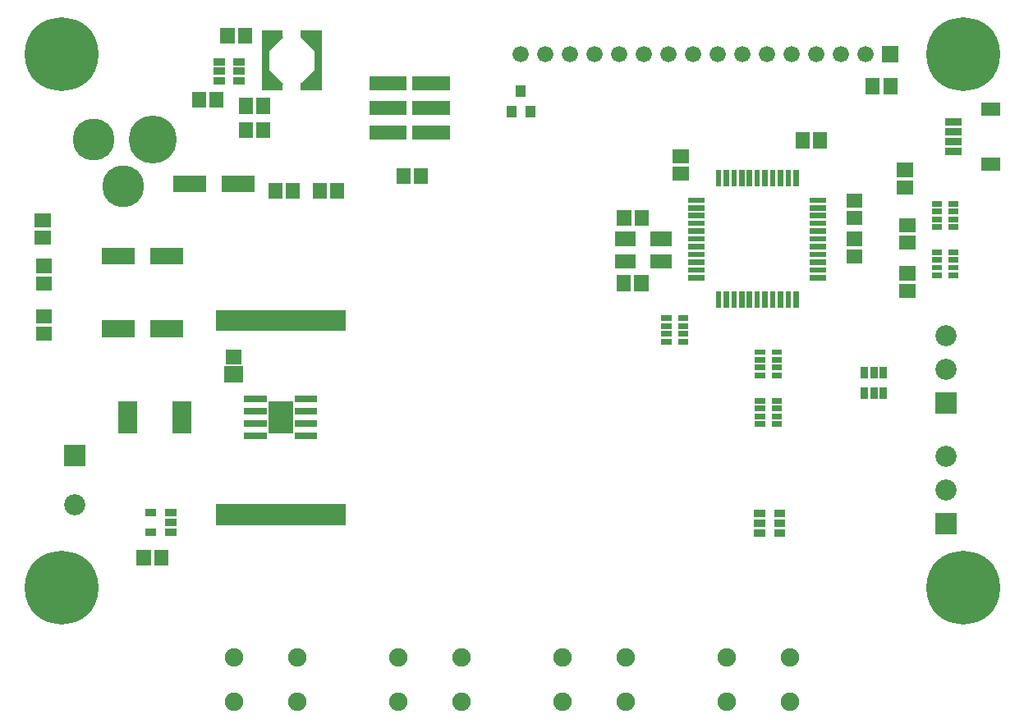
<source format=gbr>
G04 start of page 6 for group -4063 idx -4063 *
G04 Title: (unknown), componentmask *
G04 Creator: pcb 20140316 *
G04 CreationDate: Thu 20 Aug 2020 03:11:42 AM GMT UTC *
G04 For: railfan *
G04 Format: Gerber/RS-274X *
G04 PCB-Dimensions (mil): 4000.00 2900.00 *
G04 PCB-Coordinate-Origin: lower left *
%MOIN*%
%FSLAX25Y25*%
%LNTOPMASK*%
%ADD99R,0.0672X0.0672*%
%ADD98R,0.0769X0.0769*%
%ADD97R,0.1005X0.1005*%
%ADD96R,0.0260X0.0260*%
%ADD95R,0.0860X0.0860*%
%ADD94R,0.0532X0.0532*%
%ADD93R,0.0296X0.0296*%
%ADD92R,0.0400X0.0400*%
%ADD91R,0.0217X0.0217*%
%ADD90R,0.0227X0.0227*%
%ADD89R,0.0290X0.0290*%
%ADD88R,0.0300X0.0300*%
%ADD87R,0.0560X0.0560*%
%ADD86R,0.0572X0.0572*%
%ADD85R,0.0690X0.0690*%
%ADD84C,0.1700*%
%ADD83C,0.1950*%
%ADD82C,0.0750*%
%ADD81C,0.0860*%
%ADD80C,0.0660*%
%ADD79C,0.0001*%
%ADD78C,0.2997*%
G54D78*X383000Y273000D03*
G54D79*G36*
X350200Y276300D02*Y269700D01*
X356800D01*
Y276300D01*
X350200D01*
G37*
G54D80*X343500Y273000D03*
X333500D03*
X323500D03*
X313500D03*
X303500D03*
X293500D03*
X283500D03*
X273500D03*
X263500D03*
X253500D03*
X243500D03*
X233500D03*
X223500D03*
X213500D03*
X203500D03*
G54D78*X17000Y56500D03*
G54D79*G36*
X18200Y114300D02*Y105700D01*
X26800D01*
Y114300D01*
X18200D01*
G37*
G54D81*X22500Y90000D03*
G54D82*X153905Y10142D03*
Y27858D03*
G54D78*X17000Y273000D03*
G54D82*X112795Y10142D03*
X87205D03*
X112795Y27858D03*
X87205D03*
G54D83*X54000Y238500D03*
G54D84*X30000D03*
X42000Y219500D03*
G54D82*X179495Y10142D03*
X246095D03*
X220505D03*
X312795D03*
X287205D03*
X179495Y27858D03*
X246095D03*
X220505D03*
X312795D03*
X287205D03*
G54D78*X383000Y56500D03*
G54D79*G36*
X371700Y86520D02*Y77920D01*
X380300D01*
Y86520D01*
X371700D01*
G37*
G54D81*X376000Y96000D03*
Y109779D03*
G54D79*G36*
X371700Y135520D02*Y126920D01*
X380300D01*
Y135520D01*
X371700D01*
G37*
G54D81*X376000Y145000D03*
Y158779D03*
G54D85*X66008Y220300D02*X72307D01*
X85693D02*X91992D01*
G54D86*X155914Y223893D02*Y223107D01*
X163000Y223893D02*Y223107D01*
G54D85*X56693Y191000D02*X62992D01*
X37008D02*X43307D01*
G54D86*X103914Y217893D02*Y217107D01*
X111000Y217893D02*Y217107D01*
X121957Y217893D02*Y217107D01*
X129043Y217893D02*Y217107D01*
G54D87*X144876Y261100D02*X154364D01*
X162356D02*X171844D01*
X144876Y251100D02*X154364D01*
X162356D02*X171844D01*
G54D86*X99043Y252493D02*Y251707D01*
X91957Y252493D02*Y251707D01*
X72957Y254893D02*Y254107D01*
X80043Y254893D02*Y254107D01*
G54D87*X144876Y241100D02*X154364D01*
X162356D02*X171844D01*
G54D79*G36*
X99200Y262700D02*Y259100D01*
X102800D01*
Y262700D01*
X99200D01*
G37*
G36*
X118300D02*Y259100D01*
X121900D01*
Y262700D01*
X118300D01*
G37*
G54D88*X80200Y270000D02*X81800D01*
X80200Y266100D02*X81800D01*
X80200Y262200D02*X81800D01*
X88400D02*X90000D01*
X88400Y266100D02*X90000D01*
X88400Y270000D02*X90000D01*
G54D86*X91957Y242593D02*Y241807D01*
X9107Y198414D02*X9893D01*
X9107Y205500D02*X9893D01*
X9607Y179957D02*X10393D01*
X9607Y187043D02*X10393D01*
X99043Y242593D02*Y241807D01*
G54D89*X99850Y259750D02*X105450D01*
X99850Y281150D02*Y259750D01*
G54D79*G36*
X101000Y266919D02*X107019Y260900D01*
X104473Y258354D01*
X98454Y264373D01*
X101000Y266919D01*
G37*
G36*
X99200Y281800D02*Y278200D01*
X102800D01*
Y281800D01*
X99200D01*
G37*
G54D89*X99850Y281150D02*X105450D01*
X121250D02*Y259750D01*
X115650Y281150D02*X121250D01*
G54D79*G36*
X98454Y276527D02*X104473Y282546D01*
X107019Y280000D01*
X101000Y273981D01*
X98454Y276527D01*
G37*
G54D89*X115650Y259750D02*X121250D01*
G54D79*G36*
X114081Y260900D02*X120100Y266919D01*
X122646Y264373D01*
X116627Y258354D01*
X114081Y260900D01*
G37*
G36*
X116627Y282546D02*X122646Y276527D01*
X120100Y273981D01*
X114081Y280000D01*
X116627Y282546D01*
G37*
G36*
X118300Y281800D02*Y278200D01*
X121900D01*
Y281800D01*
X118300D01*
G37*
G54D86*X84457Y280893D02*Y280107D01*
X91543Y280893D02*Y280107D01*
G54D90*X299717Y125925D02*X301587D01*
X299717Y122776D02*X301587D01*
X306413D02*X308283D01*
X306413Y125925D02*X308283D01*
X306413Y129075D02*X308283D01*
X299717Y132224D02*X301587D01*
X299717Y129075D02*X301587D01*
X299717Y152024D02*X301587D01*
X299717Y148875D02*X301587D01*
X299717Y145725D02*X301587D01*
X299717Y142576D02*X301587D01*
X306413Y132224D02*X308283D01*
X306413Y142576D02*X308283D01*
X306413Y145725D02*X308283D01*
X306413Y148875D02*X308283D01*
X306413Y152024D02*X308283D01*
G54D88*X307800Y78600D02*X309400D01*
X299600D02*X301200D01*
X307800Y82500D02*X309400D01*
X299600D02*X301200D01*
X307800Y86400D02*X309400D01*
X299600D02*X301200D01*
G54D91*X283752Y175528D02*Y171102D01*
X286901Y175528D02*Y171102D01*
X290051Y175528D02*Y171102D01*
X293200Y175528D02*Y171102D01*
X296350Y175528D02*Y171102D01*
X299500Y175528D02*Y171102D01*
X302649Y175528D02*Y171102D01*
X305799Y175528D02*Y171102D01*
X308948Y175528D02*Y171102D01*
X312098Y175528D02*Y171102D01*
X315248Y175528D02*Y171102D01*
X321972Y182252D02*X326398D01*
X321972Y185401D02*X326398D01*
X321972Y188551D02*X326398D01*
X321972Y191700D02*X326398D01*
G54D88*X342900Y136200D02*Y134600D01*
Y144400D02*Y142800D01*
X346800Y136200D02*Y134600D01*
Y144400D02*Y142800D01*
X350700Y136200D02*Y134600D01*
Y144400D02*Y142800D01*
G54D86*X346414Y260393D02*Y259607D01*
X353500Y260393D02*Y259607D01*
G54D92*X199700Y250100D02*Y249500D01*
X207500Y250100D02*Y249500D01*
X203600Y258300D02*Y257700D01*
G54D86*X252543Y206893D02*Y206107D01*
X245457Y206893D02*Y206107D01*
X245371Y180393D02*Y179607D01*
X252457Y180393D02*Y179607D01*
X244556Y188944D02*X247311D01*
X259123D02*X261878D01*
X259123Y198000D02*X261878D01*
X244556D02*X247311D01*
G54D91*X272602Y213748D02*X277028D01*
X272602Y210599D02*X277028D01*
X272602Y207449D02*X277028D01*
X272602Y204300D02*X277028D01*
X272602Y201150D02*X277028D01*
X272602Y198000D02*X277028D01*
X272602Y194851D02*X277028D01*
X272602Y191701D02*X277028D01*
X272602Y188552D02*X277028D01*
X272602Y185402D02*X277028D01*
X272602Y182252D02*X277028D01*
G54D86*X268107Y224457D02*X268893D01*
X268107Y231543D02*X268893D01*
G54D90*X261717Y165724D02*X263587D01*
X261717Y162575D02*X263587D01*
X261717Y159425D02*X263587D01*
X261717Y156276D02*X263587D01*
X268413D02*X270283D01*
X268413Y159425D02*X270283D01*
X268413Y162575D02*X270283D01*
X268413Y165724D02*X270283D01*
G54D86*X360107Y176957D02*X360893D01*
X360107Y184043D02*X360893D01*
G54D91*X315248Y224898D02*Y220472D01*
X312099Y224898D02*Y220472D01*
X308949Y224898D02*Y220472D01*
X305800Y224898D02*Y220472D01*
X302650Y224898D02*Y220472D01*
X299500Y224898D02*Y220472D01*
X296351Y224898D02*Y220472D01*
X293201Y224898D02*Y220472D01*
X290052Y224898D02*Y220472D01*
X286902Y224898D02*Y220472D01*
X283752Y224898D02*Y220472D01*
G54D86*X317957Y238393D02*Y237607D01*
X325043Y238393D02*Y237607D01*
G54D91*X321972Y194850D02*X326398D01*
X321972Y198000D02*X326398D01*
X321972Y201149D02*X326398D01*
X321972Y204299D02*X326398D01*
X321972Y207448D02*X326398D01*
X321972Y210598D02*X326398D01*
X321972Y213748D02*X326398D01*
G54D86*X338607Y213543D02*X339393D01*
X338607Y190957D02*X339393D01*
X338607Y198043D02*X339393D01*
X338607Y206457D02*X339393D01*
G54D90*X378113Y183176D02*X379983D01*
X371417D02*X373287D01*
X378113Y186325D02*X379983D01*
X378113Y189475D02*X379983D01*
X378113Y192624D02*X379983D01*
X371417Y189475D02*X373287D01*
X371417Y186325D02*X373287D01*
X371417Y192624D02*X373287D01*
X378113Y202776D02*X379983D01*
X371417D02*X373287D01*
X378113Y205925D02*X379983D01*
X371417D02*X373287D01*
G54D86*X360107Y203643D02*X360893D01*
X360107Y196557D02*X360893D01*
G54D90*X378113Y209075D02*X379983D01*
X371417D02*X373287D01*
X378113Y212224D02*X379983D01*
X371417D02*X373287D01*
G54D86*X359107Y218957D02*X359893D01*
G54D93*X377130Y233594D02*X380870D01*
X377130Y237531D02*X380870D01*
X377130Y241469D02*X380870D01*
X377130Y245406D02*X380870D01*
G54D94*X393075Y228476D02*X395437D01*
X393075Y250524D02*X395437D01*
G54D86*X359107Y226043D02*X359893D01*
G54D85*X56693Y161500D02*X62992D01*
X37008D02*X43307D01*
G54D86*X9607Y159457D02*X10393D01*
X9607Y166543D02*X10393D01*
G54D95*X84000Y164870D02*X128000D01*
G54D86*X86607Y150043D02*X87393D01*
X57543Y68893D02*Y68107D01*
X50457Y68893D02*Y68107D01*
G54D88*X52500Y86800D02*X54100D01*
X52500Y79000D02*X54100D01*
X60700D02*X62300D01*
X60700Y82900D02*X62300D01*
X60700Y86800D02*X62300D01*
G54D95*X84000Y86130D02*X128000D01*
G54D96*X113000Y118000D02*X119500D01*
X113000Y123000D02*X119500D01*
X113000Y128000D02*X119500D01*
X113000Y133000D02*X119500D01*
X92500D02*X99000D01*
X92500Y128000D02*X99000D01*
X92500Y123000D02*X99000D01*
G54D97*X106000Y126580D02*Y124420D01*
Y126880D02*Y124120D01*
G54D96*X92500Y118000D02*X99000D01*
G54D98*X66024Y128256D02*Y122744D01*
X43976Y128256D02*Y122744D01*
G54D99*X86607Y142957D02*X87393D01*
M02*

</source>
